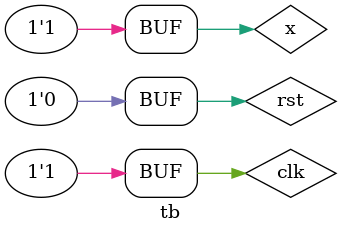
<source format=v>
`timescale 1ns/1ps
`include "mealy_o.v"
module tb;
   reg x,clk,rst;
   wire z;

   mealy_o uut(x,clk,rst,z);

   initial begin
    $dumpfile("wave.vcd");
    $dumpvars(0,tb);

    $monitor($time, " clk=%b, x=%b, rst=%b, z=%b",clk,x,rst,z);
    clk = 1'b1;
    rst = 1'b1;
    #15 rst = 1'b0;
   end
   
   initial begin
    repeat(30) #5 clk = ~clk;
   end
   
   initial begin
    #12 x=1; #10 x=0; #10 x=1; #10 x=1; #10 x=0; #10 x=1; #10 x=0; #10 x=0; #10 x=1; #10 x=1; #10 x=0; #10 x=1; #10 x=0; #10 x=1;
   end
    
endmodule

</source>
